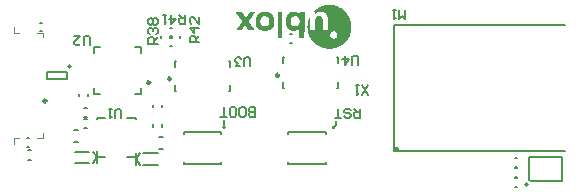
<source format=gto>
G04*
G04 #@! TF.GenerationSoftware,Altium Limited,Altium Designer,21.6.4 (81)*
G04*
G04 Layer_Color=65535*
%FSLAX44Y44*%
%MOMM*%
G71*
G04*
G04 #@! TF.SameCoordinates,27B0D74A-EB15-4392-BC8F-D98A40C3D817*
G04*
G04*
G04 #@! TF.FilePolarity,Positive*
G04*
G01*
G75*
%ADD10C,0.1270*%
%ADD11C,0.2500*%
%ADD12C,0.1275*%
%ADD13C,0.1000*%
%ADD14C,0.2000*%
%ADD15C,0.1500*%
G36*
X447931Y298262D02*
X447518Y297691D01*
X447137Y297151D01*
X446819Y296675D01*
X446502Y296262D01*
X446280Y295944D01*
X446121Y295690D01*
X445994Y295564D01*
X445962Y295500D01*
X445676Y295119D01*
X445454Y294833D01*
X445295Y294611D01*
X445200Y294484D01*
X445137Y294389D01*
X445105Y294357D01*
X445073Y294325D01*
X445105Y294262D01*
X445200Y294103D01*
X445327Y293913D01*
X445454Y293722D01*
X445613Y293500D01*
X445740Y293309D01*
X445835Y293182D01*
X445867Y293151D01*
X446153Y292706D01*
X446502Y292230D01*
X446819Y291785D01*
X447105Y291373D01*
X447391Y290991D01*
X447613Y290706D01*
X447740Y290515D01*
X447804Y290483D01*
Y290452D01*
X448217Y289880D01*
X448566Y289372D01*
X448883Y288928D01*
X449169Y288547D01*
X449391Y288229D01*
X449582Y287975D01*
X449677Y287848D01*
X449709Y287785D01*
X449963Y287404D01*
X450153Y287118D01*
X450312Y286896D01*
X450407Y286769D01*
X450471Y286674D01*
X450503Y286642D01*
Y286610D01*
X450471D01*
X450376Y286578D01*
X449772D01*
X449201Y286546D01*
X445613D01*
X443930Y288896D01*
X443676Y289245D01*
X443454Y289563D01*
X443264Y289848D01*
X443105Y290071D01*
X442946Y290261D01*
X442851Y290420D01*
X442787Y290515D01*
X442756Y290547D01*
X442565Y290769D01*
X442438Y290928D01*
X442343Y291055D01*
X442279Y291119D01*
X442184Y291182D01*
X442152Y291150D01*
X442089Y291087D01*
X441898Y290833D01*
X441708Y290611D01*
X441676Y290547D01*
X441644Y290515D01*
X441231Y289975D01*
X440850Y289468D01*
X440692Y289245D01*
X440565Y289055D01*
X440470Y288928D01*
X440438Y288896D01*
X438787Y286610D01*
X436469Y286578D01*
X434278D01*
X434183Y286610D01*
Y286642D01*
X434246Y286705D01*
X434342Y286864D01*
X434469Y287055D01*
X434501Y287086D01*
X434532Y287118D01*
X434786Y287499D01*
X435040Y287848D01*
X435167Y287975D01*
X435231Y288102D01*
X435294Y288166D01*
X435326Y288197D01*
X435517Y288483D01*
X435739Y288769D01*
X435929Y289055D01*
X436152Y289340D01*
X436310Y289563D01*
X436469Y289753D01*
X436564Y289912D01*
X436596Y289944D01*
X436882Y290325D01*
X437136Y290674D01*
X437390Y290991D01*
X437580Y291277D01*
X437739Y291531D01*
X437866Y291690D01*
X437929Y291817D01*
X437961Y291849D01*
X438406Y292452D01*
X438596Y292706D01*
X438755Y292928D01*
X438882Y293119D01*
X438977Y293246D01*
X439041Y293341D01*
X439072Y293373D01*
X439231Y293595D01*
X439358Y293754D01*
X439422Y293881D01*
X439517Y293976D01*
X439580Y294071D01*
X439612Y294103D01*
X439580Y294167D01*
X439517Y294325D01*
X439390Y294516D01*
X439263Y294706D01*
X439136Y294928D01*
X439041Y295087D01*
X438946Y295214D01*
X438914Y295278D01*
X438596Y295722D01*
X438279Y296167D01*
X437929Y296643D01*
X437612Y297087D01*
X437326Y297468D01*
X437104Y297786D01*
X437009Y297913D01*
X436945Y298008D01*
X436882Y298040D01*
Y298072D01*
X436469Y298643D01*
X436088Y299183D01*
X435739Y299627D01*
X435453Y300040D01*
X435199Y300389D01*
X435040Y300612D01*
X434913Y300770D01*
X434882Y300834D01*
X434596Y301215D01*
X434374Y301501D01*
X434246Y301691D01*
X434119Y301818D01*
X434056Y301914D01*
X434024Y301945D01*
Y301977D01*
X434056D01*
X434151Y302009D01*
X434405D01*
X434532Y302041D01*
X435675D01*
X435961Y302009D01*
X436564D01*
X439041Y301977D01*
X440787Y299627D01*
X441041Y299278D01*
X441295Y298961D01*
X441485Y298675D01*
X441676Y298453D01*
X441835Y298262D01*
X441930Y298104D01*
X441993Y298008D01*
X442025Y297976D01*
X442184Y297754D01*
X442343Y297596D01*
X442438Y297468D01*
X442501Y297405D01*
X442533Y297341D01*
X442597D01*
X442629Y297373D01*
X442692Y297437D01*
X442787Y297564D01*
X442882Y297691D01*
X443009Y297818D01*
X443073Y297945D01*
X443136Y298008D01*
X443168Y298040D01*
X443581Y298580D01*
X443962Y299088D01*
X444121Y299310D01*
X444248Y299501D01*
X444343Y299627D01*
X444375Y299659D01*
X446058Y301977D01*
X448439Y302009D01*
X450820Y302041D01*
X447931Y298262D01*
D02*
G37*
G36*
X514892Y308168D02*
X515495Y308105D01*
X516003Y308073D01*
X516415Y308009D01*
X516701Y307978D01*
X516860Y307946D01*
X516923D01*
X517749Y307756D01*
X518511Y307533D01*
X519241Y307311D01*
X519876Y307089D01*
X520416Y306866D01*
X520638Y306771D01*
X520829Y306708D01*
X520988Y306644D01*
X521083Y306581D01*
X521146Y306549D01*
X521178D01*
X521908Y306200D01*
X522607Y305851D01*
X523242Y305469D01*
X523782Y305120D01*
X524258Y304834D01*
X524448Y304708D01*
X524607Y304580D01*
X524734Y304485D01*
X524829Y304422D01*
X524861Y304358D01*
X524893D01*
X525528Y303850D01*
X526099Y303311D01*
X526607Y302803D01*
X527084Y302326D01*
X527464Y301914D01*
X527719Y301596D01*
X527845Y301469D01*
X527909Y301374D01*
X527941Y301342D01*
X527972Y301310D01*
X528449Y300644D01*
X528925Y300009D01*
X529306Y299373D01*
X529655Y298802D01*
X529941Y298294D01*
X530036Y298072D01*
X530131Y297913D01*
X530227Y297754D01*
X530290Y297659D01*
X530322Y297596D01*
Y297564D01*
X530671Y296738D01*
X530989Y295944D01*
X531243Y295182D01*
X531433Y294484D01*
X531529Y294167D01*
X531592Y293881D01*
X531656Y293627D01*
X531687Y293436D01*
X531751Y293246D01*
Y293119D01*
X531782Y293055D01*
Y293023D01*
X531909Y292134D01*
X532005Y291277D01*
X532068Y290483D01*
X532100Y289785D01*
Y289468D01*
Y289182D01*
Y288928D01*
Y288706D01*
X532068Y288515D01*
Y288388D01*
Y288325D01*
Y288293D01*
X531973Y287404D01*
X531846Y286546D01*
X531687Y285753D01*
X531529Y285054D01*
X531465Y284769D01*
X531401Y284483D01*
X531306Y284229D01*
X531274Y284007D01*
X531211Y283848D01*
X531179Y283721D01*
X531147Y283657D01*
Y283626D01*
X530830Y282800D01*
X530481Y282006D01*
X530131Y281308D01*
X529814Y280673D01*
X529496Y280133D01*
X529370Y279942D01*
X529274Y279752D01*
X529179Y279593D01*
X529115Y279498D01*
X529052Y279435D01*
Y279403D01*
X528607Y278768D01*
X528131Y278165D01*
X527687Y277625D01*
X527274Y277148D01*
X526925Y276768D01*
X526639Y276482D01*
X526449Y276291D01*
X526417Y276228D01*
X526385D01*
X525813Y275720D01*
X525274Y275243D01*
X524734Y274831D01*
X524258Y274482D01*
X523813Y274196D01*
X523496Y273974D01*
X523369Y273878D01*
X523274Y273815D01*
X523242Y273783D01*
X523210D01*
X522543Y273402D01*
X521876Y273085D01*
X521273Y272767D01*
X520702Y272545D01*
X520194Y272323D01*
X520003Y272259D01*
X519845Y272195D01*
X519686Y272132D01*
X519590Y272100D01*
X519527Y272069D01*
X519495D01*
X518765Y271846D01*
X518035Y271624D01*
X517336Y271465D01*
X516701Y271338D01*
X516161Y271211D01*
X515939Y271180D01*
X515749Y271148D01*
X515590Y271116D01*
X515463Y271084D01*
X515368D01*
X515019Y271052D01*
X514193D01*
X513717Y271084D01*
X513336D01*
X512986Y271116D01*
X512669D01*
X511970Y271148D01*
X511399Y271180D01*
X510923Y271243D01*
X510542Y271275D01*
X510256Y271306D01*
X510065Y271338D01*
X509939Y271370D01*
X509907D01*
X508859Y271624D01*
X507843Y271910D01*
X506922Y272227D01*
X506510Y272418D01*
X506129Y272577D01*
X505779Y272735D01*
X505462Y272862D01*
X505176Y272989D01*
X504954Y273116D01*
X504763Y273211D01*
X504636Y273275D01*
X504541Y273307D01*
X504509Y273339D01*
X503588Y273878D01*
X502763Y274450D01*
X502001Y274989D01*
X501334Y275529D01*
X501049Y275783D01*
X500794Y276005D01*
X500604Y276196D01*
X500414Y276355D01*
X500255Y276514D01*
X500159Y276609D01*
X500096Y276672D01*
X500064Y276704D01*
X499366Y277466D01*
X498731Y278228D01*
X498191Y278990D01*
X497715Y279688D01*
X497524Y280006D01*
X497334Y280292D01*
X497175Y280546D01*
X497048Y280768D01*
X496953Y280927D01*
X496889Y281054D01*
X496826Y281149D01*
Y281181D01*
X496381Y282133D01*
X496000Y283086D01*
X495714Y283975D01*
X495461Y284800D01*
X495365Y285181D01*
X495302Y285499D01*
X495238Y285816D01*
X495175Y286070D01*
X495143Y286261D01*
X495111Y286420D01*
X495079Y286515D01*
Y286546D01*
X495016Y287055D01*
X494953Y287563D01*
X494921Y288102D01*
X494889Y288578D01*
X494857Y289023D01*
Y289372D01*
Y289499D01*
Y289594D01*
Y289658D01*
Y289690D01*
Y290357D01*
X494889Y290960D01*
X494921Y291468D01*
X494953Y291944D01*
X495016Y292293D01*
X495048Y292579D01*
X495079Y292738D01*
Y292801D01*
X495270Y293722D01*
X495365Y294135D01*
X495492Y294548D01*
X495588Y294897D01*
X495683Y295182D01*
X495714Y295373D01*
X495746Y295405D01*
Y295436D01*
X495905Y295944D01*
X496096Y296421D01*
X496254Y296833D01*
X496413Y297183D01*
X496540Y297468D01*
X496635Y297691D01*
X496699Y297818D01*
X496730Y297850D01*
X497207Y298770D01*
Y292674D01*
Y286546D01*
X501493D01*
X501525Y291404D01*
Y291976D01*
Y292516D01*
X501557Y292992D01*
Y293436D01*
Y293817D01*
Y294167D01*
X501588Y294452D01*
Y294738D01*
Y294960D01*
Y295119D01*
Y295278D01*
X501620Y295405D01*
Y295564D01*
Y295595D01*
X501652Y295913D01*
X501684Y296167D01*
X501715Y296389D01*
X501747Y296548D01*
X501779Y296675D01*
Y296770D01*
X501810Y296802D01*
Y296833D01*
X502001Y297183D01*
X502192Y297468D01*
X502382Y297722D01*
X502573Y297913D01*
X502763Y298072D01*
X502890Y298167D01*
X502985Y298230D01*
X503017Y298262D01*
X503335Y298389D01*
X503652Y298484D01*
X504001Y298516D01*
X504319Y298548D01*
X504636Y298580D01*
X505081D01*
X505398Y298548D01*
X505652Y298516D01*
X505874Y298484D01*
X506065Y298421D01*
X506192Y298389D01*
X506287Y298358D01*
X506351Y298326D01*
X506382D01*
X506541Y298230D01*
X506700Y298135D01*
X506954Y297881D01*
X507145Y297691D01*
X507176Y297627D01*
X507208Y297596D01*
X507335Y297405D01*
X507430Y297151D01*
X507557Y296579D01*
X507589Y296325D01*
X507621Y296103D01*
X507653Y295976D01*
Y295913D01*
Y295659D01*
X507684Y295341D01*
Y295024D01*
X507716Y294643D01*
Y293881D01*
X507748Y293087D01*
Y292357D01*
Y292039D01*
Y291754D01*
Y291500D01*
Y291341D01*
Y291214D01*
Y291182D01*
Y286610D01*
X512034Y286546D01*
X512002Y292293D01*
Y292960D01*
Y293595D01*
X511970Y294135D01*
Y294643D01*
Y295119D01*
Y295500D01*
Y295849D01*
Y296167D01*
X511939Y296421D01*
Y296643D01*
Y296833D01*
Y296961D01*
Y297087D01*
Y297151D01*
Y297215D01*
X511907Y297596D01*
X511875Y297945D01*
X511843Y298230D01*
X511812Y298421D01*
X511780Y298612D01*
X511748Y298707D01*
X511716Y298770D01*
Y298802D01*
X511494Y299373D01*
X511208Y299881D01*
X510923Y300326D01*
X510605Y300707D01*
X510320Y300993D01*
X510097Y301183D01*
X509939Y301342D01*
X509875Y301374D01*
X509335Y301691D01*
X508796Y301945D01*
X508256Y302136D01*
X507748Y302263D01*
X507271Y302326D01*
X506922Y302390D01*
X506795D01*
X506700Y302421D01*
X506605D01*
X506097Y302453D01*
X505620D01*
X505176Y302421D01*
X504827Y302358D01*
X504509Y302326D01*
X504287Y302263D01*
X504160Y302231D01*
X504096D01*
X503716Y302072D01*
X503335Y301914D01*
X502985Y301723D01*
X502700Y301532D01*
X502477Y301342D01*
X502287Y301215D01*
X502160Y301120D01*
X502128Y301088D01*
X501969Y300929D01*
X501842Y300802D01*
X501747Y300739D01*
X501715Y300707D01*
X501588Y300580D01*
X501493Y300548D01*
X501429Y300516D01*
X501398Y300548D01*
Y300612D01*
Y300707D01*
Y300739D01*
X501366Y300929D01*
Y301120D01*
Y301247D01*
Y301278D01*
Y301310D01*
Y302041D01*
X499524D01*
X500636Y303183D01*
X501366Y303818D01*
X502096Y304390D01*
X502795Y304898D01*
X503461Y305343D01*
X504033Y305692D01*
X504287Y305819D01*
X504478Y305946D01*
X504668Y306041D01*
X504795Y306105D01*
X504859Y306168D01*
X504890D01*
X505779Y306581D01*
X506668Y306930D01*
X507525Y307248D01*
X508319Y307502D01*
X508669Y307597D01*
X508986Y307692D01*
X509272Y307756D01*
X509494Y307819D01*
X509716Y307882D01*
X509843Y307914D01*
X509939Y307946D01*
X509970D01*
X510447Y308041D01*
X510986Y308105D01*
X511558Y308137D01*
X512129Y308168D01*
X512637Y308200D01*
X514193D01*
X514892Y308168D01*
D02*
G37*
G36*
X459869Y302358D02*
X460313Y302295D01*
X460662Y302263D01*
X460948Y302199D01*
X461171Y302167D01*
X461297Y302136D01*
X461329D01*
X462091Y301914D01*
X462790Y301628D01*
X463393Y301310D01*
X463901Y300993D01*
X464314Y300707D01*
X464599Y300485D01*
X464790Y300326D01*
X464822Y300263D01*
X464854D01*
X465330Y299723D01*
X465711Y299151D01*
X466028Y298580D01*
X466282Y298040D01*
X466473Y297564D01*
X466536Y297341D01*
X466600Y297183D01*
X466632Y297024D01*
X466663Y296929D01*
X466695Y296865D01*
Y296833D01*
X466758Y296453D01*
X466790Y296040D01*
X466854Y295627D01*
Y295214D01*
X466885Y294865D01*
Y294548D01*
Y294357D01*
Y294325D01*
Y294293D01*
Y293722D01*
X466854Y293214D01*
X466822Y292770D01*
X466790Y292420D01*
X466758Y292134D01*
X466727Y291912D01*
X466695Y291785D01*
Y291754D01*
X466473Y291023D01*
X466187Y290388D01*
X465869Y289785D01*
X465552Y289309D01*
X465266Y288896D01*
X465012Y288610D01*
X464854Y288420D01*
X464790Y288356D01*
X464218Y287880D01*
X463615Y287467D01*
X463044Y287150D01*
X462504Y286864D01*
X462028Y286674D01*
X461805Y286610D01*
X461647Y286546D01*
X461488Y286515D01*
X461393Y286483D01*
X461329Y286451D01*
X461297D01*
X460916Y286388D01*
X460504Y286356D01*
X460059D01*
X459583Y286324D01*
X458535D01*
X457868Y286356D01*
X457297Y286388D01*
X456852Y286420D01*
X456503Y286451D01*
X456249Y286515D01*
X456059Y286546D01*
X455964Y286578D01*
X455932D01*
X455265Y286832D01*
X454693Y287118D01*
X454154Y287404D01*
X453741Y287689D01*
X453392Y287943D01*
X453138Y288134D01*
X452979Y288261D01*
X452915Y288325D01*
X452503Y288769D01*
X452122Y289245D01*
X451836Y289722D01*
X451582Y290166D01*
X451391Y290547D01*
X451264Y290865D01*
X451233Y290991D01*
X451201Y291087D01*
X451169Y291119D01*
Y291150D01*
X451042Y291595D01*
X450979Y291976D01*
Y292134D01*
X450947Y292262D01*
Y292325D01*
Y292357D01*
X450915Y292611D01*
Y292896D01*
X450883Y293563D01*
Y293881D01*
Y294135D01*
Y294293D01*
Y294325D01*
Y294357D01*
Y294833D01*
Y295246D01*
Y295564D01*
Y295849D01*
X450915Y296071D01*
Y296199D01*
Y296294D01*
Y296325D01*
X450947Y296738D01*
X451042Y297056D01*
X451074Y297183D01*
X451106Y297246D01*
X451138Y297310D01*
Y297341D01*
X451423Y298040D01*
X451709Y298643D01*
X452026Y299183D01*
X452344Y299627D01*
X452630Y300009D01*
X452852Y300263D01*
X453011Y300421D01*
X453074Y300485D01*
X453582Y300898D01*
X454122Y301247D01*
X454662Y301532D01*
X455170Y301755D01*
X455646Y301914D01*
X455995Y302041D01*
X456154Y302072D01*
X456249Y302104D01*
X456313Y302136D01*
X456344D01*
X456694Y302231D01*
X457107Y302295D01*
X457519Y302326D01*
X457900Y302358D01*
X458281Y302390D01*
X459393D01*
X459869Y302358D01*
D02*
G37*
G36*
X483967D02*
X484412Y302326D01*
X484761Y302263D01*
X485047Y302231D01*
X485205Y302167D01*
X485269D01*
X485745Y301977D01*
X486158Y301786D01*
X486539Y301564D01*
X486888Y301342D01*
X487142Y301120D01*
X487364Y300961D01*
X487491Y300834D01*
X487523Y300802D01*
X487745Y300612D01*
X487904Y300453D01*
X488031Y300358D01*
X488063Y300326D01*
X488190Y300199D01*
X488253Y300135D01*
X488285Y300104D01*
X488317Y300135D01*
Y300231D01*
X488349Y300358D01*
Y300389D01*
Y300612D01*
Y300834D01*
Y301024D01*
Y301056D01*
Y301088D01*
Y302041D01*
X492381D01*
Y291277D01*
Y290452D01*
Y289690D01*
Y288960D01*
Y288356D01*
Y287817D01*
Y287594D01*
Y287435D01*
Y287277D01*
Y287181D01*
Y287118D01*
Y287086D01*
X492349Y286356D01*
Y285721D01*
X492317Y285118D01*
Y284610D01*
Y284197D01*
Y283880D01*
Y283784D01*
Y283689D01*
Y283657D01*
Y283626D01*
Y283086D01*
Y282641D01*
Y282229D01*
X492285Y281911D01*
Y281657D01*
Y281467D01*
Y281339D01*
Y281308D01*
Y280990D01*
Y280768D01*
Y280609D01*
X492254Y280514D01*
Y280419D01*
Y280387D01*
X492222D01*
X492127Y280355D01*
X491904D01*
X491682Y280324D01*
X491587D01*
X491079Y280292D01*
X488063D01*
Y288356D01*
X487396Y287721D01*
X487079Y287467D01*
X486793Y287245D01*
X486507Y287055D01*
X486285Y286928D01*
X486063Y286800D01*
X485904Y286737D01*
X485808Y286674D01*
X485777D01*
X485459Y286578D01*
X485110Y286483D01*
X484761Y286420D01*
X484443Y286356D01*
X484157Y286324D01*
X483935Y286292D01*
X482538D01*
X482030Y286356D01*
X481586Y286420D01*
X481236Y286515D01*
X480951Y286578D01*
X480792Y286610D01*
X480728Y286642D01*
X480252Y286832D01*
X479840Y287055D01*
X479459Y287309D01*
X479109Y287531D01*
X478824Y287753D01*
X478633Y287943D01*
X478474Y288071D01*
X478442Y288102D01*
X478093Y288515D01*
X477808Y288960D01*
X477522Y289372D01*
X477331Y289785D01*
X477173Y290166D01*
X477046Y290452D01*
X476982Y290642D01*
X476950Y290674D01*
Y290706D01*
X476791Y291309D01*
X476665Y291912D01*
X476569Y292484D01*
X476506Y293055D01*
X476474Y293531D01*
X476442Y293754D01*
Y293913D01*
Y294071D01*
Y294167D01*
Y294230D01*
Y294262D01*
Y294770D01*
X476474Y295246D01*
X476506Y295659D01*
X476538Y296040D01*
X476569Y296325D01*
X476601Y296548D01*
X476633Y296675D01*
Y296738D01*
X476823Y297500D01*
X476918Y297818D01*
X477014Y298104D01*
X477109Y298358D01*
X477204Y298548D01*
X477236Y298675D01*
X477268Y298707D01*
X477585Y299278D01*
X477903Y299786D01*
X478220Y300231D01*
X478538Y300580D01*
X478824Y300866D01*
X479046Y301088D01*
X479204Y301215D01*
X479268Y301247D01*
X479744Y301532D01*
X480284Y301786D01*
X480792Y301977D01*
X481268Y302104D01*
X481713Y302199D01*
X482030Y302263D01*
X482157Y302295D01*
X482253Y302326D01*
X482348D01*
X482919Y302390D01*
X483459D01*
X483967Y302358D01*
D02*
G37*
G36*
X473648Y291182D02*
Y280292D01*
X469489D01*
Y302041D01*
X473648D01*
Y291182D01*
D02*
G37*
%LPC*%
G36*
X517209Y285753D02*
X516733Y285721D01*
X516320Y285626D01*
X516003Y285530D01*
X515876Y285467D01*
X515780Y285435D01*
X515749Y285403D01*
X515717D01*
X515431Y285213D01*
X515177Y285023D01*
X514955Y284832D01*
X514765Y284610D01*
X514479Y284165D01*
X514288Y283721D01*
X514193Y283340D01*
X514129Y283022D01*
X514098Y282895D01*
Y282800D01*
Y282768D01*
Y282736D01*
X514129Y282387D01*
X514161Y282070D01*
X514225Y281784D01*
X514320Y281530D01*
X514415Y281339D01*
X514479Y281181D01*
X514510Y281085D01*
X514542Y281054D01*
X514733Y280768D01*
X514923Y280546D01*
X515114Y280355D01*
X515336Y280165D01*
X515495Y280038D01*
X515653Y279942D01*
X515749Y279911D01*
X515780Y279879D01*
X516066Y279752D01*
X516352Y279657D01*
X516638Y279625D01*
X516860Y279562D01*
X517400D01*
X517717Y279593D01*
X518003Y279688D01*
X518257Y279784D01*
X518479Y279879D01*
X518670Y279974D01*
X518829Y280038D01*
X518924Y280101D01*
X518955Y280133D01*
X519210Y280324D01*
X519400Y280514D01*
X519749Y280927D01*
X519972Y281339D01*
X520130Y281752D01*
X520225Y282133D01*
X520257Y282451D01*
X520289Y282578D01*
Y282673D01*
Y282705D01*
Y282736D01*
X520225Y283340D01*
X520067Y283848D01*
X519845Y284292D01*
X519590Y284641D01*
X519337Y284927D01*
X519114Y285118D01*
X518955Y285245D01*
X518892Y285277D01*
X518606Y285435D01*
X518321Y285562D01*
X518035Y285658D01*
X517749Y285721D01*
X517209Y285753D01*
D02*
G37*
G36*
X458948Y298707D02*
X458758D01*
X458313Y298675D01*
X457932Y298580D01*
X457551Y298484D01*
X457234Y298358D01*
X456979Y298230D01*
X456757Y298135D01*
X456630Y298072D01*
X456599Y298040D01*
X456344Y297850D01*
X456122Y297627D01*
X455741Y297151D01*
X455456Y296579D01*
X455265Y296008D01*
X455138Y295500D01*
X455106Y295278D01*
X455043Y295087D01*
Y294897D01*
X455011Y294770D01*
Y294706D01*
Y294674D01*
Y294230D01*
Y293817D01*
X455106Y293055D01*
X455297Y292388D01*
X455519Y291880D01*
X455741Y291468D01*
X455964Y291150D01*
X456091Y290991D01*
X456154Y290928D01*
X456344Y290769D01*
X456503Y290642D01*
X456630Y290547D01*
X456694Y290515D01*
X456884Y290388D01*
X457043Y290293D01*
X457138Y290261D01*
X457170Y290229D01*
X457583Y290103D01*
X457995Y290039D01*
X458154Y290007D01*
X458313Y289975D01*
X458440D01*
X458980Y289944D01*
X459393D01*
X459551Y289975D01*
X459678D01*
X459742Y290007D01*
X459773D01*
X460091Y290103D01*
X460377Y290198D01*
X460631Y290325D01*
X460853Y290420D01*
X461012Y290547D01*
X461171Y290611D01*
X461234Y290674D01*
X461266Y290706D01*
X461488Y290896D01*
X461679Y291119D01*
X461996Y291563D01*
X462123Y291754D01*
X462218Y291912D01*
X462250Y292039D01*
X462282Y292071D01*
X462440Y292420D01*
X462536Y292706D01*
X462599Y292896D01*
Y292928D01*
Y292960D01*
Y293119D01*
X462631Y293341D01*
Y293785D01*
Y294008D01*
Y294167D01*
Y294293D01*
Y294325D01*
Y294706D01*
Y294992D01*
X462599Y295246D01*
Y295436D01*
Y295595D01*
X462567Y295690D01*
Y295722D01*
Y295754D01*
X462536Y295881D01*
X462472Y296040D01*
X462345Y296357D01*
X462282Y296516D01*
X462218Y296643D01*
X462155Y296707D01*
Y296738D01*
X462060Y296961D01*
X461964Y297119D01*
X461805Y297405D01*
X461679Y297532D01*
X461647Y297596D01*
X461424Y297786D01*
X461202Y297945D01*
X461012Y298072D01*
X460948Y298135D01*
X460916D01*
X460536Y298326D01*
X460154Y298484D01*
X459805Y298580D01*
X459456Y298643D01*
X459170Y298675D01*
X458948Y298707D01*
D02*
G37*
G36*
X484697Y298675D02*
X484189D01*
X483777Y298643D01*
X483427Y298580D01*
X483300Y298548D01*
X483205Y298516D01*
X483173Y298484D01*
X483142D01*
X482538Y298199D01*
X482062Y297881D01*
X481681Y297500D01*
X481395Y297119D01*
X481205Y296802D01*
X481046Y296516D01*
X480983Y296325D01*
X480951Y296294D01*
Y296262D01*
X480887Y295976D01*
X480824Y295659D01*
X480792Y295341D01*
X480760Y295024D01*
X480728Y294738D01*
Y294516D01*
Y294389D01*
Y294325D01*
Y293881D01*
X480760Y293500D01*
X480792Y293182D01*
X480824Y292896D01*
X480887Y292706D01*
X480919Y292547D01*
X480951Y292452D01*
Y292420D01*
X481141Y291944D01*
X481363Y291531D01*
X481491Y291373D01*
X481554Y291245D01*
X481618Y291182D01*
X481649Y291150D01*
X481840Y290928D01*
X482030Y290769D01*
X482379Y290483D01*
X482538Y290420D01*
X482665Y290357D01*
X482729Y290293D01*
X482761D01*
X483237Y290134D01*
X483649Y290039D01*
X483840Y290007D01*
X483967D01*
X484062Y289975D01*
X484094D01*
X484602Y289944D01*
X485015D01*
X485173Y289975D01*
X485300D01*
X485364Y290007D01*
X485396D01*
X485904Y290134D01*
X486316Y290357D01*
X486698Y290579D01*
X486983Y290801D01*
X487237Y291023D01*
X487428Y291214D01*
X487523Y291341D01*
X487555Y291404D01*
X487809Y291849D01*
X487967Y292293D01*
X488094Y292770D01*
X488190Y293246D01*
X488253Y293627D01*
X488285Y293976D01*
Y294103D01*
Y294167D01*
Y294230D01*
Y294262D01*
X488253Y294802D01*
X488190Y295310D01*
X488094Y295722D01*
X488031Y296103D01*
X487936Y296389D01*
X487872Y296611D01*
X487840Y296738D01*
X487809Y296770D01*
X487618Y297087D01*
X487428Y297373D01*
X487206Y297627D01*
X486983Y297850D01*
X486761Y298008D01*
X486602Y298135D01*
X486475Y298199D01*
X486443Y298230D01*
X486158Y298389D01*
X485840Y298484D01*
X485269Y298643D01*
X484697Y298675D01*
D02*
G37*
%LPD*%
D10*
X567750Y252000D02*
G03*
X567750Y252000I-500J0D01*
G01*
X294750Y256250D02*
G03*
X294750Y256250I-1250J0D01*
G01*
X681514Y156300D02*
G03*
X681514Y156300I-1270J0D01*
G01*
X274500Y245250D02*
X291500D01*
X274500Y251250D02*
X291500D01*
X274500Y245250D02*
Y251250D01*
X291500Y245250D02*
Y251250D01*
X313000Y184000D02*
X316500Y179000D01*
X313000Y174000D02*
X316500Y179000D01*
X298000Y174000D02*
X310000D01*
X298000Y184000D02*
X310000D01*
X316500Y173920D02*
Y184080D01*
X568500Y291500D02*
X713000D01*
X568500Y184500D02*
Y291500D01*
Y184500D02*
X713000D01*
X258000Y185100D02*
X260900D01*
X258100Y176900D02*
X261000D01*
X682350Y160290D02*
Y179150D01*
Y160290D02*
X683790Y158850D01*
X710650D01*
Y179150D01*
X682350D02*
X710650D01*
X369500Y186000D02*
X372500D01*
X369500Y196000D02*
X372500D01*
X297500Y202000D02*
X300500D01*
X297500Y192000D02*
X300500D01*
X349500Y172920D02*
Y183080D01*
X356000Y173000D02*
X368000D01*
X356000Y183000D02*
X368000D01*
X349500Y178000D02*
X353000Y183000D01*
X349500Y178000D02*
X353000Y173000D01*
X670500Y170250D02*
X672500D01*
X670500Y162750D02*
X672500D01*
X670500Y161750D02*
X672500D01*
X670500Y154250D02*
X672500D01*
X257400Y195450D02*
X259400D01*
X257400Y187950D02*
X259400D01*
X670500Y178750D02*
X672500D01*
X670500Y171250D02*
X672500D01*
X306000Y204250D02*
X308000D01*
X306000Y211750D02*
X308000D01*
X301250Y231000D02*
Y233000D01*
X308750Y231000D02*
Y233000D01*
X306000Y213250D02*
X308000D01*
X306000Y220750D02*
X308000D01*
X371250Y280000D02*
Y282000D01*
X378750Y280000D02*
Y282000D01*
X387250Y280000D02*
Y282000D01*
X379750Y280000D02*
Y282000D01*
X378500Y273000D02*
X380500D01*
X378500Y280500D02*
X380500D01*
X378500Y281500D02*
X380500D01*
X378500Y289000D02*
X380500D01*
X268500Y285750D02*
X270500D01*
X268500Y293250D02*
X270500D01*
X371750Y205000D02*
Y207000D01*
X364250Y205000D02*
Y207000D01*
Y221700D02*
Y223700D01*
X371750Y221700D02*
Y223700D01*
X479800Y276050D02*
X481800D01*
X479800Y283550D02*
X481800D01*
D11*
X273845Y226961D02*
G03*
X273845Y226961I-1250J0D01*
G01*
X379250Y245500D02*
G03*
X379250Y245500I-1250J0D01*
G01*
X361604Y242500D02*
G03*
X361604Y242500I-1250J0D01*
G01*
X470750Y248500D02*
G03*
X470750Y248500I-1250J0D01*
G01*
D12*
X571000Y185000D02*
G03*
X569500Y186500I-1500J0D01*
G01*
X572251Y184510D02*
G03*
X569500Y187500I-3000J0D01*
G01*
X569067Y186060D02*
X570567Y184561D01*
D13*
X353900Y179500D02*
G03*
X353900Y179500I-500J0D01*
G01*
X246730Y284450D02*
Y289530D01*
Y284450D02*
X250540D01*
X246730Y195550D02*
X250540D01*
X246730Y190470D02*
Y195550D01*
X265780Y284450D02*
X270860D01*
Y280640D02*
Y284450D01*
Y195550D02*
Y199360D01*
X265780Y195550D02*
X270860D01*
D14*
X383000Y235000D02*
X383250D01*
X383000D02*
Y240250D01*
Y255750D02*
Y261000D01*
X383250D01*
X428750D02*
X429000D01*
Y255750D02*
Y261000D01*
X428750Y235000D02*
X429000D01*
Y240250D01*
X354000Y232500D02*
Y237500D01*
X349000Y232500D02*
X354000D01*
Y267500D02*
Y272500D01*
X349000D02*
X354000D01*
X314000Y232500D02*
Y237500D01*
Y232500D02*
X319000D01*
X314000Y267500D02*
Y272500D01*
X319000D01*
X422000Y173500D02*
Y174750D01*
Y199250D02*
Y200500D01*
X390000D02*
X422000D01*
X390000Y173500D02*
Y174750D01*
Y199250D02*
Y200500D01*
Y173500D02*
X422000D01*
X316400Y212500D02*
X323800D01*
X342000D02*
X349400D01*
X316400Y179500D02*
X323800D01*
X342000D02*
X349400D01*
X316400Y211750D02*
Y212500D01*
Y179500D02*
Y180250D01*
X349400Y211750D02*
Y212500D01*
Y179500D02*
Y180250D01*
X478500Y199250D02*
Y200500D01*
Y173500D02*
Y174750D01*
Y173500D02*
X510500D01*
Y199250D02*
Y200500D01*
Y173500D02*
Y174750D01*
X478500Y200500D02*
X510500D01*
X520500Y238000D02*
Y243250D01*
X520250Y238000D02*
X520500D01*
Y258750D02*
Y264000D01*
X520250D02*
X520500D01*
X474500D02*
X474750D01*
X474500Y258750D02*
Y264000D01*
Y238000D02*
Y243250D01*
Y238000D02*
X474750D01*
D15*
X516100Y204100D02*
X517400D01*
X516100Y205400D02*
X517400Y204100D01*
X516100D02*
Y205400D01*
Y204100D02*
X518600Y206600D01*
Y209700D01*
X423000Y205200D02*
X424095Y204104D01*
X423000Y205200D02*
X425200D01*
X424000Y204000D02*
X425200Y205200D01*
X424000Y204000D02*
Y210600D01*
X446437Y256001D02*
Y261714D01*
X446056Y262857D01*
X445294Y263618D01*
X444151Y263999D01*
X443390D01*
X442247Y263618D01*
X441485Y262857D01*
X441105Y261714D01*
Y256001D01*
X438134D02*
X433944D01*
X436229Y259048D01*
X435087D01*
X434325Y259429D01*
X433944Y259809D01*
X433563Y260952D01*
Y261714D01*
X433944Y262857D01*
X434706Y263618D01*
X435849Y263999D01*
X436991D01*
X438134Y263618D01*
X438515Y263237D01*
X438895Y262476D01*
X310665Y274001D02*
Y280666D01*
X309332Y281999D01*
X306666D01*
X305333Y280666D01*
Y274001D01*
X297335Y281999D02*
X302667D01*
X297335Y276667D01*
Y275334D01*
X298668Y274001D01*
X301334D01*
X302667Y275334D01*
X577832Y303999D02*
Y296001D01*
X575166Y298667D01*
X572500Y296001D01*
Y303999D01*
X569834D02*
X567168D01*
X568501D01*
Y296001D01*
X569834Y297334D01*
X337332Y212001D02*
Y218666D01*
X335999Y219999D01*
X333333D01*
X332000Y218666D01*
Y212001D01*
X329334Y219999D02*
X326668D01*
X328001D01*
Y212001D01*
X329334Y213334D01*
X537627Y257001D02*
Y262714D01*
X537246Y263857D01*
X536485Y264618D01*
X535342Y264999D01*
X534580D01*
X533438Y264618D01*
X532676Y263857D01*
X532295Y262714D01*
Y257001D01*
X526277D02*
X530086Y262333D01*
X524373D01*
X526277Y257001D02*
Y264999D01*
X367999Y275337D02*
X360001D01*
Y279335D01*
X361334Y280668D01*
X364000D01*
X365333Y279335D01*
Y275337D01*
Y278003D02*
X367999Y280668D01*
X361334Y283334D02*
X360001Y284667D01*
Y287333D01*
X361334Y288666D01*
X362667D01*
X364000Y287333D01*
Y286000D01*
Y287333D01*
X365333Y288666D01*
X366666D01*
X367999Y287333D01*
Y284667D01*
X366666Y283334D01*
X361334Y291332D02*
X360001Y292665D01*
Y295330D01*
X361334Y296663D01*
X362667D01*
X364000Y295330D01*
X365333Y296663D01*
X366666D01*
X367999Y295330D01*
Y292665D01*
X366666Y291332D01*
X365333D01*
X364000Y292665D01*
X362667Y291332D01*
X361334D01*
X364000Y292665D02*
Y295330D01*
X402999Y276337D02*
X395001D01*
Y280336D01*
X396334Y281668D01*
X399000D01*
X400333Y280336D01*
Y276337D01*
Y279003D02*
X402999Y281668D01*
Y288333D02*
X395001D01*
X399000Y284334D01*
Y289666D01*
X402999Y297663D02*
Y292332D01*
X397667Y297663D01*
X396334D01*
X395001Y296330D01*
Y293665D01*
X396334Y292332D01*
X391330Y299999D02*
Y292001D01*
X387332D01*
X385999Y293334D01*
Y296000D01*
X387332Y297333D01*
X391330D01*
X388665D02*
X385999Y299999D01*
X379334D02*
Y292001D01*
X383333Y296000D01*
X378001D01*
X375336Y299999D02*
X372670D01*
X374003D01*
Y292001D01*
X375336Y293334D01*
X450500Y213303D02*
Y221300D01*
X446501D01*
X445168Y219967D01*
Y218634D01*
X446501Y217301D01*
X450500D01*
X446501D01*
X445168Y215968D01*
Y214636D01*
X446501Y213303D01*
X450500D01*
X438504D02*
X441170D01*
X442503Y214636D01*
Y219967D01*
X441170Y221300D01*
X438504D01*
X437171Y219967D01*
Y214636D01*
X438504Y213303D01*
X430507D02*
X433172D01*
X434505Y214636D01*
Y219967D01*
X433172Y221300D01*
X430507D01*
X429174Y219967D01*
Y214636D01*
X430507Y213303D01*
X426508D02*
X421176D01*
X423842D01*
Y221300D01*
X546300Y232203D02*
X540968Y240200D01*
Y232203D02*
X546300Y240200D01*
X538303D02*
X535637D01*
X536970D01*
Y232203D01*
X538303Y233535D01*
X539400Y220400D02*
Y212403D01*
X535401D01*
X534068Y213736D01*
Y216401D01*
X535401Y217734D01*
X539400D01*
X536734D02*
X534068Y220400D01*
X526071Y213736D02*
X527404Y212403D01*
X530070D01*
X531403Y213736D01*
Y215068D01*
X530070Y216401D01*
X527404D01*
X526071Y217734D01*
Y219067D01*
X527404Y220400D01*
X530070D01*
X531403Y219067D01*
X523405Y212403D02*
X518074D01*
X520739D01*
Y220400D01*
M02*

</source>
